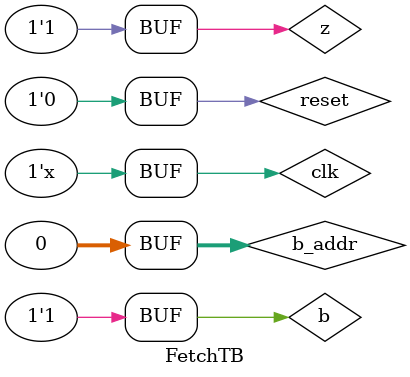
<source format=v>
`timescale 1ns / 1ps


module FetchTB;

	// Inputs
	reg reset;
	reg clk;
	reg [31:0] b_addr;
	reg z;
	reg b;

	// Outputs
	wire [31:0] addr;

	// Instantiate the Unit Under Test (UUT)
	Fetch uut (
		.reset(reset), 
		.clk(clk), 
		.b_addr(b_addr), 
		.z(z), 
		.b(b), 
		.addr(addr)
	);

	initial begin
		// Initialize Inputs
		reset = 0;
		clk = 0;
		b_addr = 0;
		z = 0;
		b = 0;

		// Wait 100 ns for global reset to finish
		#100;
        
		// Add stimulus here
		
		// reset
		reset = 1;
		b_addr = 0;
		z = 0;
		b = 0;
		#100;
		
		
		// auto rise
		reset = 0;
		b_addr = 0;
		z = 0;
		b = 0;
		#100;
		
		reset = 0;
		b_addr = 0;
		z = 0;
		b = 0;
		#100;
		
		reset = 0;
		b_addr = 0;
		z = 0;
		b = 0;
		#100;
		
		/////////////////////////////////////////////////////////
		//     beq  (reset and jump)
		
		// reset
		reset = 1;
		b_addr = 0;
		z = 0;
		b = 0;
		#100;
		
		
		// beq test
		reset = 0;
		b_addr = 8;
		z = 1;
		b = 1;
		#100;
		
		
		// beq test
		reset = 0;
		b_addr = 16;
		z = 1;
		b = 1;
		#100;

		// reset
		reset = 1;
		b_addr = 0;
		z = 0;
		b = 0;
		#100;
		
		
		// beq test
		reset = 0;
		b_addr = 0;
		z = 1;
		b = 1;
		#100;

	end
	
	always begin clk = ~clk; #50; end
      
endmodule


</source>
